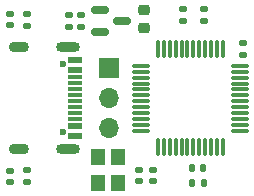
<source format=gbr>
%TF.GenerationSoftware,KiCad,Pcbnew,(6.0.9)*%
%TF.CreationDate,2022-11-27T18:10:09+08:00*%
%TF.ProjectId,usb2serial_pcb,75736232-7365-4726-9961-6c5f7063622e,1.0*%
%TF.SameCoordinates,Original*%
%TF.FileFunction,Soldermask,Top*%
%TF.FilePolarity,Negative*%
%FSLAX46Y46*%
G04 Gerber Fmt 4.6, Leading zero omitted, Abs format (unit mm)*
G04 Created by KiCad (PCBNEW (6.0.9)) date 2022-11-27 18:10:09*
%MOMM*%
%LPD*%
G01*
G04 APERTURE LIST*
G04 Aperture macros list*
%AMRoundRect*
0 Rectangle with rounded corners*
0 $1 Rounding radius*
0 $2 $3 $4 $5 $6 $7 $8 $9 X,Y pos of 4 corners*
0 Add a 4 corners polygon primitive as box body*
4,1,4,$2,$3,$4,$5,$6,$7,$8,$9,$2,$3,0*
0 Add four circle primitives for the rounded corners*
1,1,$1+$1,$2,$3*
1,1,$1+$1,$4,$5*
1,1,$1+$1,$6,$7*
1,1,$1+$1,$8,$9*
0 Add four rect primitives between the rounded corners*
20,1,$1+$1,$2,$3,$4,$5,0*
20,1,$1+$1,$4,$5,$6,$7,0*
20,1,$1+$1,$6,$7,$8,$9,0*
20,1,$1+$1,$8,$9,$2,$3,0*%
G04 Aperture macros list end*
%ADD10RoundRect,0.140000X-0.170000X0.140000X-0.170000X-0.140000X0.170000X-0.140000X0.170000X0.140000X0*%
%ADD11R,1.200000X1.400000*%
%ADD12RoundRect,0.075000X0.075000X-0.662500X0.075000X0.662500X-0.075000X0.662500X-0.075000X-0.662500X0*%
%ADD13RoundRect,0.075000X0.662500X-0.075000X0.662500X0.075000X-0.662500X0.075000X-0.662500X-0.075000X0*%
%ADD14RoundRect,0.150000X-0.587500X-0.150000X0.587500X-0.150000X0.587500X0.150000X-0.587500X0.150000X0*%
%ADD15RoundRect,0.135000X-0.185000X0.135000X-0.185000X-0.135000X0.185000X-0.135000X0.185000X0.135000X0*%
%ADD16RoundRect,0.140000X0.170000X-0.140000X0.170000X0.140000X-0.170000X0.140000X-0.170000X-0.140000X0*%
%ADD17RoundRect,0.218750X-0.256250X0.218750X-0.256250X-0.218750X0.256250X-0.218750X0.256250X0.218750X0*%
%ADD18RoundRect,0.147500X-0.172500X0.147500X-0.172500X-0.147500X0.172500X-0.147500X0.172500X0.147500X0*%
%ADD19RoundRect,0.140000X-0.140000X-0.170000X0.140000X-0.170000X0.140000X0.170000X-0.140000X0.170000X0*%
%ADD20RoundRect,0.135000X0.185000X-0.135000X0.185000X0.135000X-0.185000X0.135000X-0.185000X-0.135000X0*%
%ADD21C,0.600000*%
%ADD22R,1.160000X0.600000*%
%ADD23R,1.160000X0.300000*%
%ADD24O,1.700000X0.900000*%
%ADD25O,2.000000X0.900000*%
%ADD26RoundRect,0.135000X0.135000X0.185000X-0.135000X0.185000X-0.135000X-0.185000X0.135000X-0.185000X0*%
%ADD27RoundRect,0.147500X0.172500X-0.147500X0.172500X0.147500X-0.172500X0.147500X-0.172500X-0.147500X0*%
%ADD28R,1.700000X1.700000*%
%ADD29O,1.700000X1.700000*%
G04 APERTURE END LIST*
D10*
%TO.C,C5*%
X62077600Y-46154400D03*
X62077600Y-47114400D03*
%TD*%
D11*
%TO.C,Y1*%
X57468400Y-45059600D03*
X57468400Y-47259600D03*
X59168400Y-47259600D03*
X59168400Y-45059600D03*
%TD*%
D12*
%TO.C,U2*%
X62528000Y-44243700D03*
X63028000Y-44243700D03*
X63528000Y-44243700D03*
X64028000Y-44243700D03*
X64528000Y-44243700D03*
X65028000Y-44243700D03*
X65528000Y-44243700D03*
X66028000Y-44243700D03*
X66528000Y-44243700D03*
X67028000Y-44243700D03*
X67528000Y-44243700D03*
X68028000Y-44243700D03*
D13*
X69440500Y-42831200D03*
X69440500Y-42331200D03*
X69440500Y-41831200D03*
X69440500Y-41331200D03*
X69440500Y-40831200D03*
X69440500Y-40331200D03*
X69440500Y-39831200D03*
X69440500Y-39331200D03*
X69440500Y-38831200D03*
X69440500Y-38331200D03*
X69440500Y-37831200D03*
X69440500Y-37331200D03*
D12*
X68028000Y-35918700D03*
X67528000Y-35918700D03*
X67028000Y-35918700D03*
X66528000Y-35918700D03*
X66028000Y-35918700D03*
X65528000Y-35918700D03*
X65028000Y-35918700D03*
X64528000Y-35918700D03*
X64028000Y-35918700D03*
X63528000Y-35918700D03*
X63028000Y-35918700D03*
X62528000Y-35918700D03*
D13*
X61115500Y-37331200D03*
X61115500Y-37831200D03*
X61115500Y-38331200D03*
X61115500Y-38831200D03*
X61115500Y-39331200D03*
X61115500Y-39831200D03*
X61115500Y-40331200D03*
X61115500Y-40831200D03*
X61115500Y-41331200D03*
X61115500Y-41831200D03*
X61115500Y-42331200D03*
X61115500Y-42831200D03*
%TD*%
D14*
%TO.C,U1*%
X57634900Y-32578000D03*
X57634900Y-34478000D03*
X59509900Y-33528000D03*
%TD*%
D15*
%TO.C,R2*%
X64668400Y-32510000D03*
X64668400Y-33530000D03*
%TD*%
D16*
%TO.C,C3*%
X56032400Y-34008000D03*
X56032400Y-33048000D03*
%TD*%
D17*
%TO.C,F1*%
X61315600Y-32588100D03*
X61315600Y-34163100D03*
%TD*%
D10*
%TO.C,C2*%
X54965600Y-33048000D03*
X54965600Y-34008000D03*
%TD*%
D18*
%TO.C,D6*%
X49987200Y-46200200D03*
X49987200Y-47170200D03*
%TD*%
D19*
%TO.C,C4*%
X65407600Y-45974000D03*
X66367600Y-45974000D03*
%TD*%
D15*
%TO.C,R6*%
X51401550Y-46175200D03*
X51401550Y-47195200D03*
%TD*%
D16*
%TO.C,C1*%
X69697600Y-36395600D03*
X69697600Y-35435600D03*
%TD*%
D20*
%TO.C,R5*%
X66395600Y-33530000D03*
X66395600Y-32510000D03*
%TD*%
%TO.C,R7*%
X51409600Y-33936400D03*
X51409600Y-32916400D03*
%TD*%
D10*
%TO.C,C6*%
X60960000Y-46154400D03*
X60960000Y-47114400D03*
%TD*%
D21*
%TO.C,J1*%
X54445800Y-42955020D03*
X54445800Y-37175020D03*
D22*
X55505800Y-36865020D03*
X55505800Y-37665020D03*
D23*
X55505800Y-38815020D03*
X55505800Y-39815020D03*
X55505800Y-40315020D03*
X55505800Y-41315020D03*
D22*
X55505800Y-42465020D03*
X55505800Y-43265020D03*
X55505800Y-43265020D03*
X55505800Y-42465020D03*
D23*
X55505800Y-41815020D03*
X55505800Y-40815020D03*
X55505800Y-39315020D03*
X55505800Y-38315020D03*
D22*
X55505800Y-37665020D03*
X55505800Y-36865020D03*
D24*
X50755800Y-44385020D03*
X50755800Y-35745020D03*
D25*
X54925800Y-35745020D03*
X54925800Y-44385020D03*
%TD*%
D26*
%TO.C,R3*%
X66397600Y-47294800D03*
X65377600Y-47294800D03*
%TD*%
D27*
%TO.C,D7*%
X49987200Y-33911400D03*
X49987200Y-32941400D03*
%TD*%
D28*
%TO.C,J2*%
X58375400Y-37541200D03*
D29*
X58375400Y-40081200D03*
X58375400Y-42621200D03*
%TD*%
M02*

</source>
